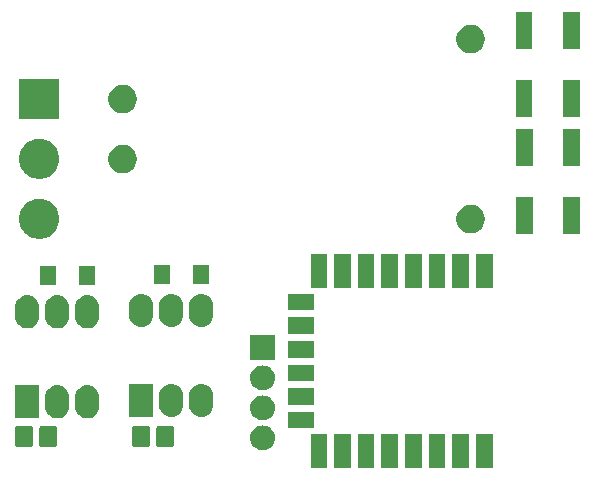
<source format=gts>
G04 #@! TF.GenerationSoftware,KiCad,Pcbnew,5.0.2-bee76a0~70~ubuntu18.04.1*
G04 #@! TF.CreationDate,2019-03-11T17:22:41+01:00*
G04 #@! TF.ProjectId,FilPilote,46696c50-696c-46f7-9465-2e6b69636164,rev?*
G04 #@! TF.SameCoordinates,Original*
G04 #@! TF.FileFunction,Soldermask,Top*
G04 #@! TF.FilePolarity,Negative*
%FSLAX46Y46*%
G04 Gerber Fmt 4.6, Leading zero omitted, Abs format (unit mm)*
G04 Created by KiCad (PCBNEW 5.0.2-bee76a0~70~ubuntu18.04.1) date lun. 11 mars 2019 17:22:41 CET*
%MOMM*%
%LPD*%
G01*
G04 APERTURE LIST*
%ADD10C,0.100000*%
G04 APERTURE END LIST*
D10*
G36*
X149322000Y-111392000D02*
X147922000Y-111392000D01*
X147922000Y-108492000D01*
X149322000Y-108492000D01*
X149322000Y-111392000D01*
X149322000Y-111392000D01*
G37*
G36*
X147322000Y-111392000D02*
X145922000Y-111392000D01*
X145922000Y-108492000D01*
X147322000Y-108492000D01*
X147322000Y-111392000D01*
X147322000Y-111392000D01*
G37*
G36*
X145322000Y-111392000D02*
X143922000Y-111392000D01*
X143922000Y-108492000D01*
X145322000Y-108492000D01*
X145322000Y-111392000D01*
X145322000Y-111392000D01*
G37*
G36*
X143322000Y-111392000D02*
X141922000Y-111392000D01*
X141922000Y-108492000D01*
X143322000Y-108492000D01*
X143322000Y-111392000D01*
X143322000Y-111392000D01*
G37*
G36*
X141322000Y-111392000D02*
X139922000Y-111392000D01*
X139922000Y-108492000D01*
X141322000Y-108492000D01*
X141322000Y-111392000D01*
X141322000Y-111392000D01*
G37*
G36*
X139322000Y-111392000D02*
X137922000Y-111392000D01*
X137922000Y-108492000D01*
X139322000Y-108492000D01*
X139322000Y-111392000D01*
X139322000Y-111392000D01*
G37*
G36*
X153322000Y-111392000D02*
X151922000Y-111392000D01*
X151922000Y-108492000D01*
X153322000Y-108492000D01*
X153322000Y-111392000D01*
X153322000Y-111392000D01*
G37*
G36*
X151322000Y-111392000D02*
X149922000Y-111392000D01*
X149922000Y-108492000D01*
X151322000Y-108492000D01*
X151322000Y-111392000D01*
X151322000Y-111392000D01*
G37*
G36*
X133986707Y-107796596D02*
X134063836Y-107804193D01*
X134158243Y-107832831D01*
X134261763Y-107864233D01*
X134444172Y-107961733D01*
X134604054Y-108092946D01*
X134735267Y-108252828D01*
X134832767Y-108435237D01*
X134832767Y-108435238D01*
X134892807Y-108633164D01*
X134913080Y-108839000D01*
X134892807Y-109044836D01*
X134852780Y-109176787D01*
X134832767Y-109242763D01*
X134735267Y-109425172D01*
X134604054Y-109585054D01*
X134444172Y-109716267D01*
X134261763Y-109813767D01*
X134195787Y-109833780D01*
X134063836Y-109873807D01*
X133986707Y-109881404D01*
X133909580Y-109889000D01*
X133806420Y-109889000D01*
X133729293Y-109881404D01*
X133652164Y-109873807D01*
X133520213Y-109833780D01*
X133454237Y-109813767D01*
X133271828Y-109716267D01*
X133111946Y-109585054D01*
X132980733Y-109425172D01*
X132883233Y-109242763D01*
X132863220Y-109176787D01*
X132823193Y-109044836D01*
X132802920Y-108839000D01*
X132823193Y-108633164D01*
X132883233Y-108435238D01*
X132883233Y-108435237D01*
X132980733Y-108252828D01*
X133111946Y-108092946D01*
X133271828Y-107961733D01*
X133454237Y-107864233D01*
X133557757Y-107832831D01*
X133652164Y-107804193D01*
X133729293Y-107796596D01*
X133806420Y-107789000D01*
X133909580Y-107789000D01*
X133986707Y-107796596D01*
X133986707Y-107796596D01*
G37*
G36*
X116257530Y-107817710D02*
X116307379Y-107832831D01*
X116353311Y-107857382D01*
X116393574Y-107890426D01*
X116426618Y-107930689D01*
X116451169Y-107976621D01*
X116466290Y-108026470D01*
X116472000Y-108084444D01*
X116472000Y-109339556D01*
X116466290Y-109397530D01*
X116451169Y-109447379D01*
X116426618Y-109493311D01*
X116393574Y-109533574D01*
X116353311Y-109566618D01*
X116307379Y-109591169D01*
X116257530Y-109606290D01*
X116199556Y-109612000D01*
X115194444Y-109612000D01*
X115136470Y-109606290D01*
X115086621Y-109591169D01*
X115040689Y-109566618D01*
X115000426Y-109533574D01*
X114967382Y-109493311D01*
X114942831Y-109447379D01*
X114927710Y-109397530D01*
X114922000Y-109339556D01*
X114922000Y-108084444D01*
X114927710Y-108026470D01*
X114942831Y-107976621D01*
X114967382Y-107930689D01*
X115000426Y-107890426D01*
X115040689Y-107857382D01*
X115086621Y-107832831D01*
X115136470Y-107817710D01*
X115194444Y-107812000D01*
X116199556Y-107812000D01*
X116257530Y-107817710D01*
X116257530Y-107817710D01*
G37*
G36*
X114207530Y-107817710D02*
X114257379Y-107832831D01*
X114303311Y-107857382D01*
X114343574Y-107890426D01*
X114376618Y-107930689D01*
X114401169Y-107976621D01*
X114416290Y-108026470D01*
X114422000Y-108084444D01*
X114422000Y-109339556D01*
X114416290Y-109397530D01*
X114401169Y-109447379D01*
X114376618Y-109493311D01*
X114343574Y-109533574D01*
X114303311Y-109566618D01*
X114257379Y-109591169D01*
X114207530Y-109606290D01*
X114149556Y-109612000D01*
X113144444Y-109612000D01*
X113086470Y-109606290D01*
X113036621Y-109591169D01*
X112990689Y-109566618D01*
X112950426Y-109533574D01*
X112917382Y-109493311D01*
X112892831Y-109447379D01*
X112877710Y-109397530D01*
X112872000Y-109339556D01*
X112872000Y-108084444D01*
X112877710Y-108026470D01*
X112892831Y-107976621D01*
X112917382Y-107930689D01*
X112950426Y-107890426D01*
X112990689Y-107857382D01*
X113036621Y-107832831D01*
X113086470Y-107817710D01*
X113144444Y-107812000D01*
X114149556Y-107812000D01*
X114207530Y-107817710D01*
X114207530Y-107817710D01*
G37*
G36*
X124113530Y-107817710D02*
X124163379Y-107832831D01*
X124209311Y-107857382D01*
X124249574Y-107890426D01*
X124282618Y-107930689D01*
X124307169Y-107976621D01*
X124322290Y-108026470D01*
X124328000Y-108084444D01*
X124328000Y-109339556D01*
X124322290Y-109397530D01*
X124307169Y-109447379D01*
X124282618Y-109493311D01*
X124249574Y-109533574D01*
X124209311Y-109566618D01*
X124163379Y-109591169D01*
X124113530Y-109606290D01*
X124055556Y-109612000D01*
X123050444Y-109612000D01*
X122992470Y-109606290D01*
X122942621Y-109591169D01*
X122896689Y-109566618D01*
X122856426Y-109533574D01*
X122823382Y-109493311D01*
X122798831Y-109447379D01*
X122783710Y-109397530D01*
X122778000Y-109339556D01*
X122778000Y-108084444D01*
X122783710Y-108026470D01*
X122798831Y-107976621D01*
X122823382Y-107930689D01*
X122856426Y-107890426D01*
X122896689Y-107857382D01*
X122942621Y-107832831D01*
X122992470Y-107817710D01*
X123050444Y-107812000D01*
X124055556Y-107812000D01*
X124113530Y-107817710D01*
X124113530Y-107817710D01*
G37*
G36*
X126163530Y-107817710D02*
X126213379Y-107832831D01*
X126259311Y-107857382D01*
X126299574Y-107890426D01*
X126332618Y-107930689D01*
X126357169Y-107976621D01*
X126372290Y-108026470D01*
X126378000Y-108084444D01*
X126378000Y-109339556D01*
X126372290Y-109397530D01*
X126357169Y-109447379D01*
X126332618Y-109493311D01*
X126299574Y-109533574D01*
X126259311Y-109566618D01*
X126213379Y-109591169D01*
X126163530Y-109606290D01*
X126105556Y-109612000D01*
X125100444Y-109612000D01*
X125042470Y-109606290D01*
X124992621Y-109591169D01*
X124946689Y-109566618D01*
X124906426Y-109533574D01*
X124873382Y-109493311D01*
X124848831Y-109447379D01*
X124833710Y-109397530D01*
X124828000Y-109339556D01*
X124828000Y-108084444D01*
X124833710Y-108026470D01*
X124848831Y-107976621D01*
X124873382Y-107930689D01*
X124906426Y-107890426D01*
X124946689Y-107857382D01*
X124992621Y-107832831D01*
X125042470Y-107817710D01*
X125100444Y-107812000D01*
X126105556Y-107812000D01*
X126163530Y-107817710D01*
X126163530Y-107817710D01*
G37*
G36*
X138222000Y-108042000D02*
X136022000Y-108042000D01*
X136022000Y-106642000D01*
X138222000Y-106642000D01*
X138222000Y-108042000D01*
X138222000Y-108042000D01*
G37*
G36*
X133986707Y-105256596D02*
X134063836Y-105264193D01*
X134195787Y-105304220D01*
X134261763Y-105324233D01*
X134444172Y-105421733D01*
X134604054Y-105552946D01*
X134735267Y-105712828D01*
X134832767Y-105895237D01*
X134832767Y-105895238D01*
X134892807Y-106093164D01*
X134913080Y-106299000D01*
X134892807Y-106504836D01*
X134857187Y-106622260D01*
X134832767Y-106702763D01*
X134735267Y-106885172D01*
X134604054Y-107045054D01*
X134444172Y-107176267D01*
X134261763Y-107273767D01*
X134195787Y-107293780D01*
X134063836Y-107333807D01*
X133986707Y-107341403D01*
X133909580Y-107349000D01*
X133806420Y-107349000D01*
X133729293Y-107341403D01*
X133652164Y-107333807D01*
X133520213Y-107293780D01*
X133454237Y-107273767D01*
X133271828Y-107176267D01*
X133111946Y-107045054D01*
X132980733Y-106885172D01*
X132883233Y-106702763D01*
X132858813Y-106622260D01*
X132823193Y-106504836D01*
X132802920Y-106299000D01*
X132823193Y-106093164D01*
X132883233Y-105895238D01*
X132883233Y-105895237D01*
X132980733Y-105712828D01*
X133111946Y-105552946D01*
X133271828Y-105421733D01*
X133454237Y-105324233D01*
X133520213Y-105304220D01*
X133652164Y-105264193D01*
X133729293Y-105256596D01*
X133806420Y-105249000D01*
X133909580Y-105249000D01*
X133986707Y-105256596D01*
X133986707Y-105256596D01*
G37*
G36*
X119195029Y-104405469D02*
X119195032Y-104405470D01*
X119195033Y-104405470D01*
X119383534Y-104462651D01*
X119383536Y-104462652D01*
X119383539Y-104462653D01*
X119557258Y-104555507D01*
X119709528Y-104680472D01*
X119834491Y-104832740D01*
X119834492Y-104832742D01*
X119927349Y-105006465D01*
X119984530Y-105194966D01*
X119984531Y-105194970D01*
X119999000Y-105341876D01*
X119999000Y-106240123D01*
X119984531Y-106387031D01*
X119927349Y-106575536D01*
X119834491Y-106749260D01*
X119709528Y-106901528D01*
X119557260Y-107026491D01*
X119557258Y-107026492D01*
X119383535Y-107119349D01*
X119195034Y-107176530D01*
X119195033Y-107176530D01*
X119195030Y-107176531D01*
X118999000Y-107195838D01*
X118802971Y-107176531D01*
X118802968Y-107176530D01*
X118802967Y-107176530D01*
X118614466Y-107119349D01*
X118440743Y-107026492D01*
X118440741Y-107026491D01*
X118288473Y-106901528D01*
X118163510Y-106749260D01*
X118070651Y-106575533D01*
X118013469Y-106387035D01*
X117999000Y-106240124D01*
X117999000Y-105341877D01*
X118013469Y-105194971D01*
X118013470Y-105194967D01*
X118070651Y-105006466D01*
X118070652Y-105006464D01*
X118070653Y-105006461D01*
X118163507Y-104832742D01*
X118288472Y-104680472D01*
X118440740Y-104555509D01*
X118614463Y-104462652D01*
X118614465Y-104462651D01*
X118802966Y-104405470D01*
X118802967Y-104405470D01*
X118802970Y-104405469D01*
X118999000Y-104386162D01*
X119195029Y-104405469D01*
X119195029Y-104405469D01*
G37*
G36*
X116655029Y-104405469D02*
X116655032Y-104405470D01*
X116655033Y-104405470D01*
X116843534Y-104462651D01*
X116843536Y-104462652D01*
X116843539Y-104462653D01*
X117017258Y-104555507D01*
X117169528Y-104680472D01*
X117294491Y-104832740D01*
X117294492Y-104832742D01*
X117387349Y-105006465D01*
X117444530Y-105194966D01*
X117444531Y-105194970D01*
X117459000Y-105341876D01*
X117459000Y-106240123D01*
X117444531Y-106387031D01*
X117387349Y-106575536D01*
X117294491Y-106749260D01*
X117169528Y-106901528D01*
X117017260Y-107026491D01*
X117017258Y-107026492D01*
X116843535Y-107119349D01*
X116655034Y-107176530D01*
X116655033Y-107176530D01*
X116655030Y-107176531D01*
X116459000Y-107195838D01*
X116262971Y-107176531D01*
X116262968Y-107176530D01*
X116262967Y-107176530D01*
X116074466Y-107119349D01*
X115900743Y-107026492D01*
X115900741Y-107026491D01*
X115748473Y-106901528D01*
X115623510Y-106749260D01*
X115530651Y-106575533D01*
X115473469Y-106387035D01*
X115459000Y-106240124D01*
X115459000Y-105341877D01*
X115473469Y-105194971D01*
X115473470Y-105194967D01*
X115530651Y-105006466D01*
X115530652Y-105006464D01*
X115530653Y-105006461D01*
X115623507Y-104832742D01*
X115748472Y-104680472D01*
X115900740Y-104555509D01*
X116074463Y-104462652D01*
X116074465Y-104462651D01*
X116262966Y-104405470D01*
X116262967Y-104405470D01*
X116262970Y-104405469D01*
X116459000Y-104386162D01*
X116655029Y-104405469D01*
X116655029Y-104405469D01*
G37*
G36*
X114919000Y-107191000D02*
X112919000Y-107191000D01*
X112919000Y-104391000D01*
X114919000Y-104391000D01*
X114919000Y-107191000D01*
X114919000Y-107191000D01*
G37*
G36*
X126307029Y-104278469D02*
X126307032Y-104278470D01*
X126307033Y-104278470D01*
X126495534Y-104335651D01*
X126495536Y-104335652D01*
X126495539Y-104335653D01*
X126669258Y-104428507D01*
X126821528Y-104553472D01*
X126946491Y-104705740D01*
X126946492Y-104705742D01*
X127039349Y-104879465D01*
X127077873Y-105006463D01*
X127096531Y-105067970D01*
X127111000Y-105214876D01*
X127111000Y-106113123D01*
X127096531Y-106260031D01*
X127039349Y-106448536D01*
X126946491Y-106622260D01*
X126821528Y-106774528D01*
X126669260Y-106899491D01*
X126669258Y-106899492D01*
X126495535Y-106992349D01*
X126307034Y-107049530D01*
X126307033Y-107049530D01*
X126307030Y-107049531D01*
X126111000Y-107068838D01*
X125914971Y-107049531D01*
X125914968Y-107049530D01*
X125914967Y-107049530D01*
X125726466Y-106992349D01*
X125552743Y-106899492D01*
X125552741Y-106899491D01*
X125400473Y-106774528D01*
X125275510Y-106622260D01*
X125212746Y-106504836D01*
X125182652Y-106448535D01*
X125182651Y-106448533D01*
X125125469Y-106260035D01*
X125111000Y-106113124D01*
X125111000Y-105214877D01*
X125125469Y-105067971D01*
X125125470Y-105067967D01*
X125182651Y-104879466D01*
X125182652Y-104879464D01*
X125182653Y-104879461D01*
X125275507Y-104705742D01*
X125400472Y-104553472D01*
X125552740Y-104428509D01*
X125726463Y-104335652D01*
X125726465Y-104335651D01*
X125914966Y-104278470D01*
X125914967Y-104278470D01*
X125914970Y-104278469D01*
X126111000Y-104259162D01*
X126307029Y-104278469D01*
X126307029Y-104278469D01*
G37*
G36*
X128847029Y-104278469D02*
X128847032Y-104278470D01*
X128847033Y-104278470D01*
X129035534Y-104335651D01*
X129035536Y-104335652D01*
X129035539Y-104335653D01*
X129209258Y-104428507D01*
X129361528Y-104553472D01*
X129486491Y-104705740D01*
X129486492Y-104705742D01*
X129579349Y-104879465D01*
X129617873Y-105006463D01*
X129636531Y-105067970D01*
X129651000Y-105214876D01*
X129651000Y-106113123D01*
X129636531Y-106260031D01*
X129579349Y-106448536D01*
X129486491Y-106622260D01*
X129361528Y-106774528D01*
X129209260Y-106899491D01*
X129209258Y-106899492D01*
X129035535Y-106992349D01*
X128847034Y-107049530D01*
X128847033Y-107049530D01*
X128847030Y-107049531D01*
X128651000Y-107068838D01*
X128454971Y-107049531D01*
X128454968Y-107049530D01*
X128454967Y-107049530D01*
X128266466Y-106992349D01*
X128092743Y-106899492D01*
X128092741Y-106899491D01*
X127940473Y-106774528D01*
X127815510Y-106622260D01*
X127752746Y-106504836D01*
X127722652Y-106448535D01*
X127722651Y-106448533D01*
X127665469Y-106260035D01*
X127651000Y-106113124D01*
X127651000Y-105214877D01*
X127665469Y-105067971D01*
X127665470Y-105067967D01*
X127722651Y-104879466D01*
X127722652Y-104879464D01*
X127722653Y-104879461D01*
X127815507Y-104705742D01*
X127940472Y-104553472D01*
X128092740Y-104428509D01*
X128266463Y-104335652D01*
X128266465Y-104335651D01*
X128454966Y-104278470D01*
X128454967Y-104278470D01*
X128454970Y-104278469D01*
X128651000Y-104259162D01*
X128847029Y-104278469D01*
X128847029Y-104278469D01*
G37*
G36*
X124571000Y-107064000D02*
X122571000Y-107064000D01*
X122571000Y-104264000D01*
X124571000Y-104264000D01*
X124571000Y-107064000D01*
X124571000Y-107064000D01*
G37*
G36*
X138222000Y-106042000D02*
X136022000Y-106042000D01*
X136022000Y-104642000D01*
X138222000Y-104642000D01*
X138222000Y-106042000D01*
X138222000Y-106042000D01*
G37*
G36*
X133986707Y-102716596D02*
X134063836Y-102724193D01*
X134195787Y-102764220D01*
X134261763Y-102784233D01*
X134444172Y-102881733D01*
X134604054Y-103012946D01*
X134735267Y-103172828D01*
X134832767Y-103355237D01*
X134832767Y-103355238D01*
X134892807Y-103553164D01*
X134913080Y-103759000D01*
X134892807Y-103964836D01*
X134852780Y-104096787D01*
X134832767Y-104162763D01*
X134735267Y-104345172D01*
X134604054Y-104505054D01*
X134444172Y-104636267D01*
X134261763Y-104733767D01*
X134195787Y-104753780D01*
X134063836Y-104793807D01*
X133986707Y-104801404D01*
X133909580Y-104809000D01*
X133806420Y-104809000D01*
X133729293Y-104801404D01*
X133652164Y-104793807D01*
X133520213Y-104753780D01*
X133454237Y-104733767D01*
X133271828Y-104636267D01*
X133111946Y-104505054D01*
X132980733Y-104345172D01*
X132883233Y-104162763D01*
X132863220Y-104096787D01*
X132823193Y-103964836D01*
X132802920Y-103759000D01*
X132823193Y-103553164D01*
X132883233Y-103355238D01*
X132883233Y-103355237D01*
X132980733Y-103172828D01*
X133111946Y-103012946D01*
X133271828Y-102881733D01*
X133454237Y-102784233D01*
X133520213Y-102764220D01*
X133652164Y-102724193D01*
X133729293Y-102716597D01*
X133806420Y-102709000D01*
X133909580Y-102709000D01*
X133986707Y-102716596D01*
X133986707Y-102716596D01*
G37*
G36*
X138222000Y-104042000D02*
X136022000Y-104042000D01*
X136022000Y-102642000D01*
X138222000Y-102642000D01*
X138222000Y-104042000D01*
X138222000Y-104042000D01*
G37*
G36*
X134908000Y-102269000D02*
X132808000Y-102269000D01*
X132808000Y-100169000D01*
X134908000Y-100169000D01*
X134908000Y-102269000D01*
X134908000Y-102269000D01*
G37*
G36*
X138222000Y-102042000D02*
X136022000Y-102042000D01*
X136022000Y-100642000D01*
X138222000Y-100642000D01*
X138222000Y-102042000D01*
X138222000Y-102042000D01*
G37*
G36*
X138222000Y-100042000D02*
X136022000Y-100042000D01*
X136022000Y-98642000D01*
X138222000Y-98642000D01*
X138222000Y-100042000D01*
X138222000Y-100042000D01*
G37*
G36*
X119195029Y-96785469D02*
X119195032Y-96785470D01*
X119195033Y-96785470D01*
X119383534Y-96842651D01*
X119383536Y-96842652D01*
X119383539Y-96842653D01*
X119557258Y-96935507D01*
X119709528Y-97060472D01*
X119834491Y-97212740D01*
X119834492Y-97212742D01*
X119927349Y-97386465D01*
X119984530Y-97574966D01*
X119984531Y-97574970D01*
X119999000Y-97721876D01*
X119999000Y-98620123D01*
X119984531Y-98767031D01*
X119927349Y-98955536D01*
X119834491Y-99129260D01*
X119709528Y-99281528D01*
X119557260Y-99406491D01*
X119557258Y-99406492D01*
X119383535Y-99499349D01*
X119195034Y-99556530D01*
X119195033Y-99556530D01*
X119195030Y-99556531D01*
X118999000Y-99575838D01*
X118802971Y-99556531D01*
X118802968Y-99556530D01*
X118802967Y-99556530D01*
X118614466Y-99499349D01*
X118440743Y-99406492D01*
X118440741Y-99406491D01*
X118288473Y-99281528D01*
X118163510Y-99129260D01*
X118070651Y-98955533D01*
X118013469Y-98767035D01*
X117999000Y-98620124D01*
X117999000Y-97721877D01*
X118013469Y-97574971D01*
X118013470Y-97574967D01*
X118070651Y-97386466D01*
X118070652Y-97386464D01*
X118070653Y-97386461D01*
X118163507Y-97212742D01*
X118288472Y-97060472D01*
X118440740Y-96935509D01*
X118614463Y-96842652D01*
X118614465Y-96842651D01*
X118802966Y-96785470D01*
X118802967Y-96785470D01*
X118802970Y-96785469D01*
X118999000Y-96766162D01*
X119195029Y-96785469D01*
X119195029Y-96785469D01*
G37*
G36*
X116655029Y-96785469D02*
X116655032Y-96785470D01*
X116655033Y-96785470D01*
X116843534Y-96842651D01*
X116843536Y-96842652D01*
X116843539Y-96842653D01*
X117017258Y-96935507D01*
X117169528Y-97060472D01*
X117294491Y-97212740D01*
X117294492Y-97212742D01*
X117387349Y-97386465D01*
X117444530Y-97574966D01*
X117444531Y-97574970D01*
X117459000Y-97721876D01*
X117459000Y-98620123D01*
X117444531Y-98767031D01*
X117387349Y-98955536D01*
X117294491Y-99129260D01*
X117169528Y-99281528D01*
X117017260Y-99406491D01*
X117017258Y-99406492D01*
X116843535Y-99499349D01*
X116655034Y-99556530D01*
X116655033Y-99556530D01*
X116655030Y-99556531D01*
X116459000Y-99575838D01*
X116262971Y-99556531D01*
X116262968Y-99556530D01*
X116262967Y-99556530D01*
X116074466Y-99499349D01*
X115900743Y-99406492D01*
X115900741Y-99406491D01*
X115748473Y-99281528D01*
X115623510Y-99129260D01*
X115530651Y-98955533D01*
X115473469Y-98767035D01*
X115459000Y-98620124D01*
X115459000Y-97721877D01*
X115473469Y-97574971D01*
X115473470Y-97574967D01*
X115530651Y-97386466D01*
X115530652Y-97386464D01*
X115530653Y-97386461D01*
X115623507Y-97212742D01*
X115748472Y-97060472D01*
X115900740Y-96935509D01*
X116074463Y-96842652D01*
X116074465Y-96842651D01*
X116262966Y-96785470D01*
X116262967Y-96785470D01*
X116262970Y-96785469D01*
X116459000Y-96766162D01*
X116655029Y-96785469D01*
X116655029Y-96785469D01*
G37*
G36*
X114115029Y-96785469D02*
X114115032Y-96785470D01*
X114115033Y-96785470D01*
X114303534Y-96842651D01*
X114303536Y-96842652D01*
X114303539Y-96842653D01*
X114477258Y-96935507D01*
X114629528Y-97060472D01*
X114754491Y-97212740D01*
X114754492Y-97212742D01*
X114847349Y-97386465D01*
X114904530Y-97574966D01*
X114904531Y-97574970D01*
X114919000Y-97721876D01*
X114919000Y-98620123D01*
X114904531Y-98767031D01*
X114847349Y-98955536D01*
X114754491Y-99129260D01*
X114629528Y-99281528D01*
X114477260Y-99406491D01*
X114477258Y-99406492D01*
X114303535Y-99499349D01*
X114115034Y-99556530D01*
X114115033Y-99556530D01*
X114115030Y-99556531D01*
X113919000Y-99575838D01*
X113722971Y-99556531D01*
X113722968Y-99556530D01*
X113722967Y-99556530D01*
X113534466Y-99499349D01*
X113360743Y-99406492D01*
X113360741Y-99406491D01*
X113208473Y-99281528D01*
X113083510Y-99129260D01*
X112990651Y-98955533D01*
X112933469Y-98767035D01*
X112919000Y-98620124D01*
X112919000Y-97721877D01*
X112933469Y-97574971D01*
X112933470Y-97574967D01*
X112990651Y-97386466D01*
X112990652Y-97386464D01*
X112990653Y-97386461D01*
X113083507Y-97212742D01*
X113208472Y-97060472D01*
X113360740Y-96935509D01*
X113534463Y-96842652D01*
X113534465Y-96842651D01*
X113722966Y-96785470D01*
X113722967Y-96785470D01*
X113722970Y-96785469D01*
X113919000Y-96766162D01*
X114115029Y-96785469D01*
X114115029Y-96785469D01*
G37*
G36*
X126307029Y-96658469D02*
X126307032Y-96658470D01*
X126307033Y-96658470D01*
X126495534Y-96715651D01*
X126495536Y-96715652D01*
X126495539Y-96715653D01*
X126669258Y-96808507D01*
X126821528Y-96933472D01*
X126946491Y-97085740D01*
X126946492Y-97085742D01*
X127039349Y-97259465D01*
X127077873Y-97386463D01*
X127096531Y-97447970D01*
X127111000Y-97594876D01*
X127111000Y-98493123D01*
X127096531Y-98640031D01*
X127039349Y-98828536D01*
X126946491Y-99002260D01*
X126821528Y-99154528D01*
X126669260Y-99279491D01*
X126669258Y-99279492D01*
X126495535Y-99372349D01*
X126307034Y-99429530D01*
X126307033Y-99429530D01*
X126307030Y-99429531D01*
X126111000Y-99448838D01*
X125914971Y-99429531D01*
X125914968Y-99429530D01*
X125914967Y-99429530D01*
X125726466Y-99372349D01*
X125552743Y-99279492D01*
X125552741Y-99279491D01*
X125400473Y-99154528D01*
X125275510Y-99002260D01*
X125182651Y-98828533D01*
X125125469Y-98640035D01*
X125111000Y-98493124D01*
X125111000Y-97594877D01*
X125125469Y-97447971D01*
X125125470Y-97447967D01*
X125182651Y-97259466D01*
X125182652Y-97259464D01*
X125182653Y-97259461D01*
X125275507Y-97085742D01*
X125400472Y-96933472D01*
X125552740Y-96808509D01*
X125726463Y-96715652D01*
X125726465Y-96715651D01*
X125914966Y-96658470D01*
X125914967Y-96658470D01*
X125914970Y-96658469D01*
X126111000Y-96639162D01*
X126307029Y-96658469D01*
X126307029Y-96658469D01*
G37*
G36*
X128847029Y-96658469D02*
X128847032Y-96658470D01*
X128847033Y-96658470D01*
X129035534Y-96715651D01*
X129035536Y-96715652D01*
X129035539Y-96715653D01*
X129209258Y-96808507D01*
X129361528Y-96933472D01*
X129486491Y-97085740D01*
X129486492Y-97085742D01*
X129579349Y-97259465D01*
X129617873Y-97386463D01*
X129636531Y-97447970D01*
X129651000Y-97594876D01*
X129651000Y-98493123D01*
X129636531Y-98640031D01*
X129579349Y-98828536D01*
X129486491Y-99002260D01*
X129361528Y-99154528D01*
X129209260Y-99279491D01*
X129209258Y-99279492D01*
X129035535Y-99372349D01*
X128847034Y-99429530D01*
X128847033Y-99429530D01*
X128847030Y-99429531D01*
X128651000Y-99448838D01*
X128454971Y-99429531D01*
X128454968Y-99429530D01*
X128454967Y-99429530D01*
X128266466Y-99372349D01*
X128092743Y-99279492D01*
X128092741Y-99279491D01*
X127940473Y-99154528D01*
X127815510Y-99002260D01*
X127722651Y-98828533D01*
X127665469Y-98640035D01*
X127651000Y-98493124D01*
X127651000Y-97594877D01*
X127665469Y-97447971D01*
X127665470Y-97447967D01*
X127722651Y-97259466D01*
X127722652Y-97259464D01*
X127722653Y-97259461D01*
X127815507Y-97085742D01*
X127940472Y-96933472D01*
X128092740Y-96808509D01*
X128266463Y-96715652D01*
X128266465Y-96715651D01*
X128454966Y-96658470D01*
X128454967Y-96658470D01*
X128454970Y-96658469D01*
X128651000Y-96639162D01*
X128847029Y-96658469D01*
X128847029Y-96658469D01*
G37*
G36*
X123767029Y-96658469D02*
X123767032Y-96658470D01*
X123767033Y-96658470D01*
X123955534Y-96715651D01*
X123955536Y-96715652D01*
X123955539Y-96715653D01*
X124129258Y-96808507D01*
X124281528Y-96933472D01*
X124406491Y-97085740D01*
X124406492Y-97085742D01*
X124499349Y-97259465D01*
X124537873Y-97386463D01*
X124556531Y-97447970D01*
X124571000Y-97594876D01*
X124571000Y-98493123D01*
X124556531Y-98640031D01*
X124499349Y-98828536D01*
X124406491Y-99002260D01*
X124281528Y-99154528D01*
X124129260Y-99279491D01*
X124129258Y-99279492D01*
X123955535Y-99372349D01*
X123767034Y-99429530D01*
X123767033Y-99429530D01*
X123767030Y-99429531D01*
X123571000Y-99448838D01*
X123374971Y-99429531D01*
X123374968Y-99429530D01*
X123374967Y-99429530D01*
X123186466Y-99372349D01*
X123012743Y-99279492D01*
X123012741Y-99279491D01*
X122860473Y-99154528D01*
X122735510Y-99002260D01*
X122642651Y-98828533D01*
X122585469Y-98640035D01*
X122571000Y-98493124D01*
X122571000Y-97594877D01*
X122585469Y-97447971D01*
X122585470Y-97447967D01*
X122642651Y-97259466D01*
X122642652Y-97259464D01*
X122642653Y-97259461D01*
X122735507Y-97085742D01*
X122860472Y-96933472D01*
X123012740Y-96808509D01*
X123186463Y-96715652D01*
X123186465Y-96715651D01*
X123374966Y-96658470D01*
X123374967Y-96658470D01*
X123374970Y-96658469D01*
X123571000Y-96639162D01*
X123767029Y-96658469D01*
X123767029Y-96658469D01*
G37*
G36*
X138222000Y-98042000D02*
X136022000Y-98042000D01*
X136022000Y-96642000D01*
X138222000Y-96642000D01*
X138222000Y-98042000D01*
X138222000Y-98042000D01*
G37*
G36*
X153322000Y-96192000D02*
X151922000Y-96192000D01*
X151922000Y-93292000D01*
X153322000Y-93292000D01*
X153322000Y-96192000D01*
X153322000Y-96192000D01*
G37*
G36*
X151322000Y-96192000D02*
X149922000Y-96192000D01*
X149922000Y-93292000D01*
X151322000Y-93292000D01*
X151322000Y-96192000D01*
X151322000Y-96192000D01*
G37*
G36*
X149322000Y-96192000D02*
X147922000Y-96192000D01*
X147922000Y-93292000D01*
X149322000Y-93292000D01*
X149322000Y-96192000D01*
X149322000Y-96192000D01*
G37*
G36*
X143322000Y-96192000D02*
X141922000Y-96192000D01*
X141922000Y-93292000D01*
X143322000Y-93292000D01*
X143322000Y-96192000D01*
X143322000Y-96192000D01*
G37*
G36*
X147322000Y-96192000D02*
X145922000Y-96192000D01*
X145922000Y-93292000D01*
X147322000Y-93292000D01*
X147322000Y-96192000D01*
X147322000Y-96192000D01*
G37*
G36*
X139322000Y-96192000D02*
X137922000Y-96192000D01*
X137922000Y-93292000D01*
X139322000Y-93292000D01*
X139322000Y-96192000D01*
X139322000Y-96192000D01*
G37*
G36*
X141322000Y-96192000D02*
X139922000Y-96192000D01*
X139922000Y-93292000D01*
X141322000Y-93292000D01*
X141322000Y-96192000D01*
X141322000Y-96192000D01*
G37*
G36*
X145322000Y-96192000D02*
X143922000Y-96192000D01*
X143922000Y-93292000D01*
X145322000Y-93292000D01*
X145322000Y-96192000D01*
X145322000Y-96192000D01*
G37*
G36*
X119647000Y-95923000D02*
X118347000Y-95923000D01*
X118347000Y-94323000D01*
X119647000Y-94323000D01*
X119647000Y-95923000D01*
X119647000Y-95923000D01*
G37*
G36*
X116347000Y-95923000D02*
X115047000Y-95923000D01*
X115047000Y-94323000D01*
X116347000Y-94323000D01*
X116347000Y-95923000D01*
X116347000Y-95923000D01*
G37*
G36*
X129299000Y-95796000D02*
X127999000Y-95796000D01*
X127999000Y-94196000D01*
X129299000Y-94196000D01*
X129299000Y-95796000D01*
X129299000Y-95796000D01*
G37*
G36*
X125999000Y-95796000D02*
X124699000Y-95796000D01*
X124699000Y-94196000D01*
X125999000Y-94196000D01*
X125999000Y-95796000D01*
X125999000Y-95796000D01*
G37*
G36*
X115321393Y-88640553D02*
X115430872Y-88662330D01*
X115740252Y-88790479D01*
X116018687Y-88976523D01*
X116255477Y-89213313D01*
X116441521Y-89491748D01*
X116569670Y-89801128D01*
X116635000Y-90129565D01*
X116635000Y-90464435D01*
X116569670Y-90792872D01*
X116441521Y-91102252D01*
X116255477Y-91380687D01*
X116018687Y-91617477D01*
X115740252Y-91803521D01*
X115430872Y-91931670D01*
X115321393Y-91953447D01*
X115102437Y-91997000D01*
X114767563Y-91997000D01*
X114548607Y-91953447D01*
X114439128Y-91931670D01*
X114129748Y-91803521D01*
X113851313Y-91617477D01*
X113614523Y-91380687D01*
X113428479Y-91102252D01*
X113300330Y-90792872D01*
X113235000Y-90464435D01*
X113235000Y-90129565D01*
X113300330Y-89801128D01*
X113428479Y-89491748D01*
X113614523Y-89213313D01*
X113851313Y-88976523D01*
X114129748Y-88790479D01*
X114439128Y-88662330D01*
X114548607Y-88640553D01*
X114767563Y-88597000D01*
X115102437Y-88597000D01*
X115321393Y-88640553D01*
X115321393Y-88640553D01*
G37*
G36*
X156720000Y-91618000D02*
X155320000Y-91618000D01*
X155320000Y-88468000D01*
X156720000Y-88468000D01*
X156720000Y-91618000D01*
X156720000Y-91618000D01*
G37*
G36*
X160720000Y-91618000D02*
X159320000Y-91618000D01*
X159320000Y-88468000D01*
X160720000Y-88468000D01*
X160720000Y-91618000D01*
X160720000Y-91618000D01*
G37*
G36*
X151823027Y-89158116D02*
X152041413Y-89248574D01*
X152237959Y-89379902D01*
X152405100Y-89547043D01*
X152536428Y-89743589D01*
X152626886Y-89961975D01*
X152673001Y-90193810D01*
X152673001Y-90430192D01*
X152626886Y-90662027D01*
X152536428Y-90880413D01*
X152405100Y-91076959D01*
X152237959Y-91244100D01*
X152041413Y-91375428D01*
X151823027Y-91465886D01*
X151591192Y-91512001D01*
X151354810Y-91512001D01*
X151122975Y-91465886D01*
X150904589Y-91375428D01*
X150708043Y-91244100D01*
X150540902Y-91076959D01*
X150409574Y-90880413D01*
X150319116Y-90662027D01*
X150273001Y-90430192D01*
X150273001Y-90193810D01*
X150319116Y-89961975D01*
X150409574Y-89743589D01*
X150540902Y-89547043D01*
X150708043Y-89379902D01*
X150904589Y-89248574D01*
X151122975Y-89158116D01*
X151354810Y-89112001D01*
X151591192Y-89112001D01*
X151823027Y-89158116D01*
X151823027Y-89158116D01*
G37*
G36*
X115321393Y-83560553D02*
X115430872Y-83582330D01*
X115740252Y-83710479D01*
X116018687Y-83896523D01*
X116255477Y-84133313D01*
X116441521Y-84411748D01*
X116569670Y-84721128D01*
X116635000Y-85049565D01*
X116635000Y-85384435D01*
X116569670Y-85712872D01*
X116441521Y-86022252D01*
X116255477Y-86300687D01*
X116018687Y-86537477D01*
X115740252Y-86723521D01*
X115430872Y-86851670D01*
X115321393Y-86873447D01*
X115102437Y-86917000D01*
X114767563Y-86917000D01*
X114548607Y-86873447D01*
X114439128Y-86851670D01*
X114129748Y-86723521D01*
X113851313Y-86537477D01*
X113614523Y-86300687D01*
X113428479Y-86022252D01*
X113300330Y-85712872D01*
X113235000Y-85384435D01*
X113235000Y-85049565D01*
X113300330Y-84721128D01*
X113428479Y-84411748D01*
X113614523Y-84133313D01*
X113851313Y-83896523D01*
X114129748Y-83710479D01*
X114439128Y-83582330D01*
X114548607Y-83560553D01*
X114767563Y-83517000D01*
X115102437Y-83517000D01*
X115321393Y-83560553D01*
X115321393Y-83560553D01*
G37*
G36*
X122359027Y-84078116D02*
X122577413Y-84168574D01*
X122773959Y-84299902D01*
X122941100Y-84467043D01*
X123072428Y-84663589D01*
X123162886Y-84881975D01*
X123209001Y-85113810D01*
X123209001Y-85350192D01*
X123162886Y-85582027D01*
X123072428Y-85800413D01*
X122941100Y-85996959D01*
X122773959Y-86164100D01*
X122577413Y-86295428D01*
X122359027Y-86385886D01*
X122127192Y-86432001D01*
X121890810Y-86432001D01*
X121658975Y-86385886D01*
X121440589Y-86295428D01*
X121244043Y-86164100D01*
X121076902Y-85996959D01*
X120945574Y-85800413D01*
X120855116Y-85582027D01*
X120809001Y-85350192D01*
X120809001Y-85113810D01*
X120855116Y-84881975D01*
X120945574Y-84663589D01*
X121076902Y-84467043D01*
X121244043Y-84299902D01*
X121440589Y-84168574D01*
X121658975Y-84078116D01*
X121890810Y-84032001D01*
X122127192Y-84032001D01*
X122359027Y-84078116D01*
X122359027Y-84078116D01*
G37*
G36*
X160720000Y-85858000D02*
X159320000Y-85858000D01*
X159320000Y-82708000D01*
X160720000Y-82708000D01*
X160720000Y-85858000D01*
X160720000Y-85858000D01*
G37*
G36*
X156720000Y-85858000D02*
X155320000Y-85858000D01*
X155320000Y-82708000D01*
X156720000Y-82708000D01*
X156720000Y-85858000D01*
X156720000Y-85858000D01*
G37*
G36*
X116635000Y-81837000D02*
X113235000Y-81837000D01*
X113235000Y-78437000D01*
X116635000Y-78437000D01*
X116635000Y-81837000D01*
X116635000Y-81837000D01*
G37*
G36*
X160688000Y-81671000D02*
X159288000Y-81671000D01*
X159288000Y-78521000D01*
X160688000Y-78521000D01*
X160688000Y-81671000D01*
X160688000Y-81671000D01*
G37*
G36*
X156688000Y-81671000D02*
X155288000Y-81671000D01*
X155288000Y-78521000D01*
X156688000Y-78521000D01*
X156688000Y-81671000D01*
X156688000Y-81671000D01*
G37*
G36*
X122359027Y-78998116D02*
X122577413Y-79088574D01*
X122773959Y-79219902D01*
X122941100Y-79387043D01*
X123072428Y-79583589D01*
X123162886Y-79801975D01*
X123209001Y-80033810D01*
X123209001Y-80270192D01*
X123162886Y-80502027D01*
X123072428Y-80720413D01*
X122941100Y-80916959D01*
X122773959Y-81084100D01*
X122577413Y-81215428D01*
X122359027Y-81305886D01*
X122127192Y-81352001D01*
X121890810Y-81352001D01*
X121658975Y-81305886D01*
X121440589Y-81215428D01*
X121244043Y-81084100D01*
X121076902Y-80916959D01*
X120945574Y-80720413D01*
X120855116Y-80502027D01*
X120809001Y-80270192D01*
X120809001Y-80033810D01*
X120855116Y-79801975D01*
X120945574Y-79583589D01*
X121076902Y-79387043D01*
X121244043Y-79219902D01*
X121440589Y-79088574D01*
X121658975Y-78998116D01*
X121890810Y-78952001D01*
X122127192Y-78952001D01*
X122359027Y-78998116D01*
X122359027Y-78998116D01*
G37*
G36*
X151823027Y-73918116D02*
X152041413Y-74008574D01*
X152237959Y-74139902D01*
X152405100Y-74307043D01*
X152536428Y-74503589D01*
X152626886Y-74721975D01*
X152673001Y-74953810D01*
X152673001Y-75190192D01*
X152626886Y-75422027D01*
X152536428Y-75640413D01*
X152405100Y-75836959D01*
X152237959Y-76004100D01*
X152041413Y-76135428D01*
X151823027Y-76225886D01*
X151591192Y-76272001D01*
X151354810Y-76272001D01*
X151122975Y-76225886D01*
X150904589Y-76135428D01*
X150708043Y-76004100D01*
X150540902Y-75836959D01*
X150409574Y-75640413D01*
X150319116Y-75422027D01*
X150273001Y-75190192D01*
X150273001Y-74953810D01*
X150319116Y-74721975D01*
X150409574Y-74503589D01*
X150540902Y-74307043D01*
X150708043Y-74139902D01*
X150904589Y-74008574D01*
X151122975Y-73918116D01*
X151354810Y-73872001D01*
X151591192Y-73872001D01*
X151823027Y-73918116D01*
X151823027Y-73918116D01*
G37*
G36*
X160688000Y-75911000D02*
X159288000Y-75911000D01*
X159288000Y-72761000D01*
X160688000Y-72761000D01*
X160688000Y-75911000D01*
X160688000Y-75911000D01*
G37*
G36*
X156688000Y-75911000D02*
X155288000Y-75911000D01*
X155288000Y-72761000D01*
X156688000Y-72761000D01*
X156688000Y-75911000D01*
X156688000Y-75911000D01*
G37*
M02*

</source>
